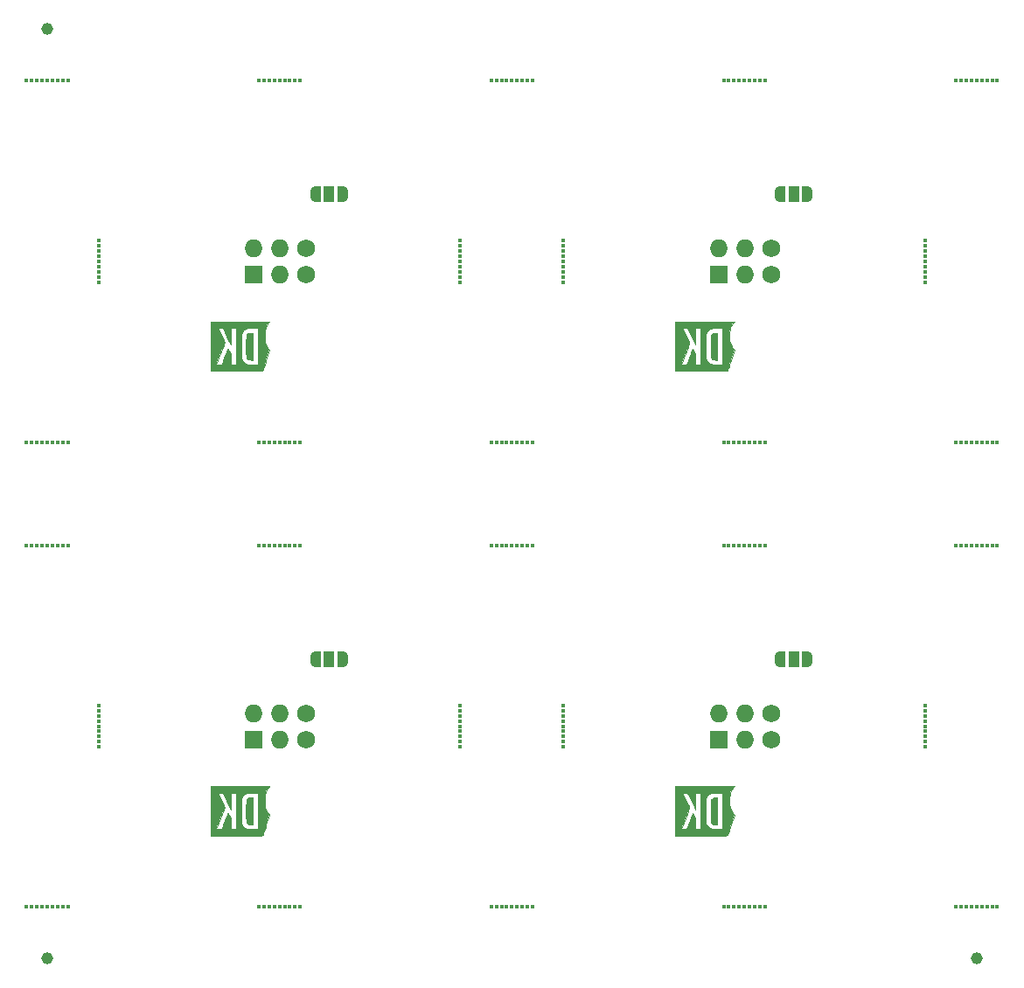
<source format=gbs>
%TF.GenerationSoftware,KiCad,Pcbnew,8.99.0-2433-g53022ab347*%
%TF.CreationDate,2024-09-29T16:39:53+02:00*%
%TF.ProjectId,BlinkyLoopSAO_2x2_panel,426c696e-6b79-44c6-9f6f-7053414f5f32,1.0*%
%TF.SameCoordinates,PX2faf080PY2faf080*%
%TF.FileFunction,Soldermask,Bot*%
%TF.FilePolarity,Negative*%
%FSLAX46Y46*%
G04 Gerber Fmt 4.6, Leading zero omitted, Abs format (unit mm)*
G04 Created by KiCad (PCBNEW 8.99.0-2433-g53022ab347) date 2024-09-29 16:39:53*
%MOMM*%
%LPD*%
G01*
G04 APERTURE LIST*
G04 Aperture macros list*
%AMFreePoly0*
4,1,19,0.550000,-0.750000,0.000000,-0.750000,0.000000,-0.744911,-0.071157,-0.744911,-0.207708,-0.704816,-0.327430,-0.627875,-0.420627,-0.520320,-0.479746,-0.390866,-0.500000,-0.250000,-0.500000,0.250000,-0.479746,0.390866,-0.420627,0.520320,-0.327430,0.627875,-0.207708,0.704816,-0.071157,0.744911,0.000000,0.744911,0.000000,0.750000,0.550000,0.750000,0.550000,-0.750000,0.550000,-0.750000,
$1*%
%AMFreePoly1*
4,1,19,0.000000,0.744911,0.071157,0.744911,0.207708,0.704816,0.327430,0.627875,0.420627,0.520320,0.479746,0.390866,0.500000,0.250000,0.500000,-0.250000,0.479746,-0.390866,0.420627,-0.520320,0.327430,-0.627875,0.207708,-0.704816,0.071157,-0.744911,0.000000,-0.744911,0.000000,-0.750000,-0.550000,-0.750000,-0.550000,0.750000,0.000000,0.750000,0.000000,0.744911,0.000000,0.744911,
$1*%
G04 Aperture macros list end*
%ADD10C,0.010000*%
%ADD11C,0.402000*%
%ADD12C,1.152000*%
%ADD13O,1.727200X1.727200*%
%ADD14R,1.727200X1.727200*%
%ADD15C,1.727200*%
%ADD16FreePoly0,180.000000*%
%ADD17R,1.000000X1.500000*%
%ADD18FreePoly1,180.000000*%
G04 APERTURE END LIST*
D10*
%TO.C,G\u002A\u002A\u002A*%
X22403555Y-34526444D02*
X22241278Y-34524851D01*
X22140173Y-34520221D01*
X21999058Y-34493511D01*
X21897225Y-34440256D01*
X21826393Y-34357110D01*
X21825148Y-34354976D01*
X21810376Y-34327183D01*
X21798423Y-34295906D01*
X21788991Y-34255259D01*
X21781783Y-34199359D01*
X21776500Y-34122321D01*
X21772846Y-34018261D01*
X21770522Y-33881294D01*
X21769231Y-33705537D01*
X21768675Y-33485103D01*
X21768555Y-33214110D01*
X21768607Y-33055467D01*
X21769067Y-32811651D01*
X21770221Y-32615192D01*
X21772332Y-32460257D01*
X21775664Y-32341011D01*
X21780478Y-32251621D01*
X21787038Y-32186254D01*
X21795606Y-32139074D01*
X21806446Y-32104248D01*
X21819819Y-32075943D01*
X21840253Y-32043549D01*
X21929578Y-31963751D01*
X22059370Y-31917012D01*
X22233316Y-31901777D01*
X22403555Y-31901777D01*
X22403555Y-34526444D01*
G36*
X22403555Y-34526444D02*
G01*
X22241278Y-34524851D01*
X22140173Y-34520221D01*
X21999058Y-34493511D01*
X21897225Y-34440256D01*
X21826393Y-34357110D01*
X21825148Y-34354976D01*
X21810376Y-34327183D01*
X21798423Y-34295906D01*
X21788991Y-34255259D01*
X21781783Y-34199359D01*
X21776500Y-34122321D01*
X21772846Y-34018261D01*
X21770522Y-33881294D01*
X21769231Y-33705537D01*
X21768675Y-33485103D01*
X21768555Y-33214110D01*
X21768607Y-33055467D01*
X21769067Y-32811651D01*
X21770221Y-32615192D01*
X21772332Y-32460257D01*
X21775664Y-32341011D01*
X21780478Y-32251621D01*
X21787038Y-32186254D01*
X21795606Y-32139074D01*
X21806446Y-32104248D01*
X21819819Y-32075943D01*
X21840253Y-32043549D01*
X21929578Y-31963751D01*
X22059370Y-31917012D01*
X22233316Y-31901777D01*
X22403555Y-31901777D01*
X22403555Y-34526444D01*
G37*
X23605325Y-31600721D02*
X23564071Y-31884340D01*
X23549984Y-32212221D01*
X23552019Y-32369310D01*
X23571390Y-32635893D01*
X23613670Y-32864877D01*
X23681920Y-33066663D01*
X23779202Y-33251652D01*
X23908579Y-33430244D01*
X24039328Y-33589933D01*
X23718358Y-34545022D01*
X23650622Y-34746344D01*
X23580182Y-34955176D01*
X23516786Y-35142575D01*
X23462614Y-35302123D01*
X23419844Y-35427405D01*
X23390657Y-35512002D01*
X23377230Y-35549499D01*
X23375723Y-35552586D01*
X23367861Y-35560765D01*
X23352067Y-35567922D01*
X23324876Y-35574127D01*
X23282824Y-35579447D01*
X23222444Y-35583949D01*
X23140272Y-35587701D01*
X23032843Y-35590771D01*
X22896691Y-35593226D01*
X22728351Y-35595134D01*
X22524358Y-35596563D01*
X22281247Y-35597581D01*
X21995552Y-35598254D01*
X21663808Y-35598651D01*
X21282551Y-35598840D01*
X20848314Y-35598888D01*
X18339555Y-35598888D01*
X18339555Y-34979972D01*
X18881689Y-34979972D01*
X19418799Y-34963888D01*
X19542600Y-34625221D01*
X19629800Y-34386708D01*
X19719084Y-34142899D01*
X19792252Y-33944171D01*
X19851101Y-33786183D01*
X19897431Y-33664598D01*
X19933042Y-33575074D01*
X19959733Y-33513274D01*
X19979304Y-33474858D01*
X19993553Y-33455487D01*
X20004281Y-33450821D01*
X20013286Y-33456521D01*
X20022368Y-33468248D01*
X20029974Y-33479524D01*
X20066163Y-33540485D01*
X20116600Y-33631440D01*
X20172826Y-33737264D01*
X20286889Y-33956507D01*
X20286889Y-34977999D01*
X20766666Y-34977999D01*
X20766666Y-32000555D01*
X21288778Y-32000555D01*
X21288778Y-34399444D01*
X21355656Y-34534074D01*
X21405429Y-34617711D01*
X21524367Y-34754874D01*
X21668283Y-34865816D01*
X21820133Y-34935797D01*
X21832738Y-34939344D01*
X21924965Y-34957007D01*
X22051521Y-34969003D01*
X22219725Y-34975834D01*
X22436900Y-34977999D01*
X22911555Y-34977999D01*
X22911555Y-31450221D01*
X22408583Y-31450221D01*
X22236268Y-31451296D01*
X22053300Y-31456895D01*
X21910383Y-31468914D01*
X21798275Y-31489162D01*
X21707732Y-31519447D01*
X21629508Y-31561577D01*
X21554359Y-31617363D01*
X21510526Y-31659747D01*
X21436481Y-31750584D01*
X21372495Y-31849409D01*
X21288778Y-32000555D01*
X20766666Y-32000555D01*
X20766666Y-31450221D01*
X20286889Y-31450221D01*
X20286889Y-32256220D01*
X20286848Y-32303317D01*
X20285705Y-32505211D01*
X20283148Y-32685151D01*
X20279385Y-32836241D01*
X20274624Y-32951581D01*
X20269074Y-33024274D01*
X20262945Y-33047421D01*
X20258163Y-33041071D01*
X20231782Y-32992380D01*
X20186491Y-32901374D01*
X20125333Y-32774415D01*
X20051353Y-32617862D01*
X19967598Y-32438077D01*
X19877111Y-32241422D01*
X19515220Y-31450221D01*
X19019718Y-31450221D01*
X19346058Y-32120499D01*
X19428252Y-32289892D01*
X19508713Y-32456924D01*
X19577950Y-32601928D01*
X19632563Y-32717737D01*
X19669150Y-32797186D01*
X19684310Y-32833110D01*
X19684118Y-32838852D01*
X19670648Y-32889313D01*
X19639324Y-32984567D01*
X19592263Y-33118756D01*
X19531579Y-33286022D01*
X19459390Y-33480508D01*
X19377810Y-33696356D01*
X19288955Y-33927708D01*
X18881689Y-34979972D01*
X18339555Y-34979972D01*
X18339555Y-30829333D01*
X24016620Y-30829333D01*
X23913815Y-30949277D01*
X23909800Y-30953982D01*
X23776419Y-31141687D01*
X23675518Y-31355218D01*
X23648355Y-31450221D01*
X23605325Y-31600721D01*
G36*
X23605325Y-31600721D02*
G01*
X23564071Y-31884340D01*
X23549984Y-32212221D01*
X23552019Y-32369310D01*
X23571390Y-32635893D01*
X23613670Y-32864877D01*
X23681920Y-33066663D01*
X23779202Y-33251652D01*
X23908579Y-33430244D01*
X24039328Y-33589933D01*
X23718358Y-34545022D01*
X23650622Y-34746344D01*
X23580182Y-34955176D01*
X23516786Y-35142575D01*
X23462614Y-35302123D01*
X23419844Y-35427405D01*
X23390657Y-35512002D01*
X23377230Y-35549499D01*
X23375723Y-35552586D01*
X23367861Y-35560765D01*
X23352067Y-35567922D01*
X23324876Y-35574127D01*
X23282824Y-35579447D01*
X23222444Y-35583949D01*
X23140272Y-35587701D01*
X23032843Y-35590771D01*
X22896691Y-35593226D01*
X22728351Y-35595134D01*
X22524358Y-35596563D01*
X22281247Y-35597581D01*
X21995552Y-35598254D01*
X21663808Y-35598651D01*
X21282551Y-35598840D01*
X20848314Y-35598888D01*
X18339555Y-35598888D01*
X18339555Y-34979972D01*
X18881689Y-34979972D01*
X19418799Y-34963888D01*
X19542600Y-34625221D01*
X19629800Y-34386708D01*
X19719084Y-34142899D01*
X19792252Y-33944171D01*
X19851101Y-33786183D01*
X19897431Y-33664598D01*
X19933042Y-33575074D01*
X19959733Y-33513274D01*
X19979304Y-33474858D01*
X19993553Y-33455487D01*
X20004281Y-33450821D01*
X20013286Y-33456521D01*
X20022368Y-33468248D01*
X20029974Y-33479524D01*
X20066163Y-33540485D01*
X20116600Y-33631440D01*
X20172826Y-33737264D01*
X20286889Y-33956507D01*
X20286889Y-34977999D01*
X20766666Y-34977999D01*
X20766666Y-32000555D01*
X21288778Y-32000555D01*
X21288778Y-34399444D01*
X21355656Y-34534074D01*
X21405429Y-34617711D01*
X21524367Y-34754874D01*
X21668283Y-34865816D01*
X21820133Y-34935797D01*
X21832738Y-34939344D01*
X21924965Y-34957007D01*
X22051521Y-34969003D01*
X22219725Y-34975834D01*
X22436900Y-34977999D01*
X22911555Y-34977999D01*
X22911555Y-31450221D01*
X22408583Y-31450221D01*
X22236268Y-31451296D01*
X22053300Y-31456895D01*
X21910383Y-31468914D01*
X21798275Y-31489162D01*
X21707732Y-31519447D01*
X21629508Y-31561577D01*
X21554359Y-31617363D01*
X21510526Y-31659747D01*
X21436481Y-31750584D01*
X21372495Y-31849409D01*
X21288778Y-32000555D01*
X20766666Y-32000555D01*
X20766666Y-31450221D01*
X20286889Y-31450221D01*
X20286889Y-32256220D01*
X20286848Y-32303317D01*
X20285705Y-32505211D01*
X20283148Y-32685151D01*
X20279385Y-32836241D01*
X20274624Y-32951581D01*
X20269074Y-33024274D01*
X20262945Y-33047421D01*
X20258163Y-33041071D01*
X20231782Y-32992380D01*
X20186491Y-32901374D01*
X20125333Y-32774415D01*
X20051353Y-32617862D01*
X19967598Y-32438077D01*
X19877111Y-32241422D01*
X19515220Y-31450221D01*
X19019718Y-31450221D01*
X19346058Y-32120499D01*
X19428252Y-32289892D01*
X19508713Y-32456924D01*
X19577950Y-32601928D01*
X19632563Y-32717737D01*
X19669150Y-32797186D01*
X19684310Y-32833110D01*
X19684118Y-32838852D01*
X19670648Y-32889313D01*
X19639324Y-32984567D01*
X19592263Y-33118756D01*
X19531579Y-33286022D01*
X19459390Y-33480508D01*
X19377810Y-33696356D01*
X19288955Y-33927708D01*
X18881689Y-34979972D01*
X18339555Y-34979972D01*
X18339555Y-30829333D01*
X24016620Y-30829333D01*
X23913815Y-30949277D01*
X23909800Y-30953982D01*
X23776419Y-31141687D01*
X23675518Y-31355218D01*
X23648355Y-31450221D01*
X23605325Y-31600721D01*
G37*
X67403555Y-34526444D02*
X67241278Y-34524851D01*
X67140173Y-34520221D01*
X66999058Y-34493511D01*
X66897225Y-34440256D01*
X66826393Y-34357110D01*
X66825148Y-34354976D01*
X66810376Y-34327183D01*
X66798423Y-34295906D01*
X66788991Y-34255259D01*
X66781783Y-34199359D01*
X66776500Y-34122321D01*
X66772846Y-34018261D01*
X66770522Y-33881294D01*
X66769231Y-33705537D01*
X66768675Y-33485103D01*
X66768555Y-33214110D01*
X66768607Y-33055467D01*
X66769067Y-32811651D01*
X66770221Y-32615192D01*
X66772332Y-32460257D01*
X66775664Y-32341011D01*
X66780478Y-32251621D01*
X66787038Y-32186254D01*
X66795606Y-32139074D01*
X66806446Y-32104248D01*
X66819819Y-32075943D01*
X66840253Y-32043549D01*
X66929578Y-31963751D01*
X67059370Y-31917012D01*
X67233316Y-31901777D01*
X67403555Y-31901777D01*
X67403555Y-34526444D01*
G36*
X67403555Y-34526444D02*
G01*
X67241278Y-34524851D01*
X67140173Y-34520221D01*
X66999058Y-34493511D01*
X66897225Y-34440256D01*
X66826393Y-34357110D01*
X66825148Y-34354976D01*
X66810376Y-34327183D01*
X66798423Y-34295906D01*
X66788991Y-34255259D01*
X66781783Y-34199359D01*
X66776500Y-34122321D01*
X66772846Y-34018261D01*
X66770522Y-33881294D01*
X66769231Y-33705537D01*
X66768675Y-33485103D01*
X66768555Y-33214110D01*
X66768607Y-33055467D01*
X66769067Y-32811651D01*
X66770221Y-32615192D01*
X66772332Y-32460257D01*
X66775664Y-32341011D01*
X66780478Y-32251621D01*
X66787038Y-32186254D01*
X66795606Y-32139074D01*
X66806446Y-32104248D01*
X66819819Y-32075943D01*
X66840253Y-32043549D01*
X66929578Y-31963751D01*
X67059370Y-31917012D01*
X67233316Y-31901777D01*
X67403555Y-31901777D01*
X67403555Y-34526444D01*
G37*
X68605325Y-31600721D02*
X68564071Y-31884340D01*
X68549984Y-32212221D01*
X68552019Y-32369310D01*
X68571390Y-32635893D01*
X68613670Y-32864877D01*
X68681920Y-33066663D01*
X68779202Y-33251652D01*
X68908579Y-33430244D01*
X69039328Y-33589933D01*
X68718358Y-34545022D01*
X68650622Y-34746344D01*
X68580182Y-34955176D01*
X68516786Y-35142575D01*
X68462614Y-35302123D01*
X68419844Y-35427405D01*
X68390657Y-35512002D01*
X68377230Y-35549499D01*
X68375723Y-35552586D01*
X68367861Y-35560765D01*
X68352067Y-35567922D01*
X68324876Y-35574127D01*
X68282824Y-35579447D01*
X68222444Y-35583949D01*
X68140272Y-35587701D01*
X68032843Y-35590771D01*
X67896691Y-35593226D01*
X67728351Y-35595134D01*
X67524358Y-35596563D01*
X67281247Y-35597581D01*
X66995552Y-35598254D01*
X66663808Y-35598651D01*
X66282551Y-35598840D01*
X65848314Y-35598888D01*
X63339555Y-35598888D01*
X63339555Y-34979972D01*
X63881689Y-34979972D01*
X64418799Y-34963888D01*
X64542600Y-34625221D01*
X64629800Y-34386708D01*
X64719084Y-34142899D01*
X64792252Y-33944171D01*
X64851101Y-33786183D01*
X64897431Y-33664598D01*
X64933042Y-33575074D01*
X64959733Y-33513274D01*
X64979304Y-33474858D01*
X64993553Y-33455487D01*
X65004281Y-33450821D01*
X65013286Y-33456521D01*
X65022368Y-33468248D01*
X65029974Y-33479524D01*
X65066163Y-33540485D01*
X65116600Y-33631440D01*
X65172826Y-33737264D01*
X65286889Y-33956507D01*
X65286889Y-34977999D01*
X65766666Y-34977999D01*
X65766666Y-32000555D01*
X66288778Y-32000555D01*
X66288778Y-34399444D01*
X66355656Y-34534074D01*
X66405429Y-34617711D01*
X66524367Y-34754874D01*
X66668283Y-34865816D01*
X66820133Y-34935797D01*
X66832738Y-34939344D01*
X66924965Y-34957007D01*
X67051521Y-34969003D01*
X67219725Y-34975834D01*
X67436900Y-34977999D01*
X67911555Y-34977999D01*
X67911555Y-31450221D01*
X67408583Y-31450221D01*
X67236268Y-31451296D01*
X67053300Y-31456895D01*
X66910383Y-31468914D01*
X66798275Y-31489162D01*
X66707732Y-31519447D01*
X66629508Y-31561577D01*
X66554359Y-31617363D01*
X66510526Y-31659747D01*
X66436481Y-31750584D01*
X66372495Y-31849409D01*
X66288778Y-32000555D01*
X65766666Y-32000555D01*
X65766666Y-31450221D01*
X65286889Y-31450221D01*
X65286889Y-32256220D01*
X65286848Y-32303317D01*
X65285705Y-32505211D01*
X65283148Y-32685151D01*
X65279385Y-32836241D01*
X65274624Y-32951581D01*
X65269074Y-33024274D01*
X65262945Y-33047421D01*
X65258163Y-33041071D01*
X65231782Y-32992380D01*
X65186491Y-32901374D01*
X65125333Y-32774415D01*
X65051353Y-32617862D01*
X64967598Y-32438077D01*
X64877111Y-32241422D01*
X64515220Y-31450221D01*
X64019718Y-31450221D01*
X64346058Y-32120499D01*
X64428252Y-32289892D01*
X64508713Y-32456924D01*
X64577950Y-32601928D01*
X64632563Y-32717737D01*
X64669150Y-32797186D01*
X64684310Y-32833110D01*
X64684118Y-32838852D01*
X64670648Y-32889313D01*
X64639324Y-32984567D01*
X64592263Y-33118756D01*
X64531579Y-33286022D01*
X64459390Y-33480508D01*
X64377810Y-33696356D01*
X64288955Y-33927708D01*
X63881689Y-34979972D01*
X63339555Y-34979972D01*
X63339555Y-30829333D01*
X69016620Y-30829333D01*
X68913815Y-30949277D01*
X68909800Y-30953982D01*
X68776419Y-31141687D01*
X68675518Y-31355218D01*
X68648355Y-31450221D01*
X68605325Y-31600721D01*
G36*
X68605325Y-31600721D02*
G01*
X68564071Y-31884340D01*
X68549984Y-32212221D01*
X68552019Y-32369310D01*
X68571390Y-32635893D01*
X68613670Y-32864877D01*
X68681920Y-33066663D01*
X68779202Y-33251652D01*
X68908579Y-33430244D01*
X69039328Y-33589933D01*
X68718358Y-34545022D01*
X68650622Y-34746344D01*
X68580182Y-34955176D01*
X68516786Y-35142575D01*
X68462614Y-35302123D01*
X68419844Y-35427405D01*
X68390657Y-35512002D01*
X68377230Y-35549499D01*
X68375723Y-35552586D01*
X68367861Y-35560765D01*
X68352067Y-35567922D01*
X68324876Y-35574127D01*
X68282824Y-35579447D01*
X68222444Y-35583949D01*
X68140272Y-35587701D01*
X68032843Y-35590771D01*
X67896691Y-35593226D01*
X67728351Y-35595134D01*
X67524358Y-35596563D01*
X67281247Y-35597581D01*
X66995552Y-35598254D01*
X66663808Y-35598651D01*
X66282551Y-35598840D01*
X65848314Y-35598888D01*
X63339555Y-35598888D01*
X63339555Y-34979972D01*
X63881689Y-34979972D01*
X64418799Y-34963888D01*
X64542600Y-34625221D01*
X64629800Y-34386708D01*
X64719084Y-34142899D01*
X64792252Y-33944171D01*
X64851101Y-33786183D01*
X64897431Y-33664598D01*
X64933042Y-33575074D01*
X64959733Y-33513274D01*
X64979304Y-33474858D01*
X64993553Y-33455487D01*
X65004281Y-33450821D01*
X65013286Y-33456521D01*
X65022368Y-33468248D01*
X65029974Y-33479524D01*
X65066163Y-33540485D01*
X65116600Y-33631440D01*
X65172826Y-33737264D01*
X65286889Y-33956507D01*
X65286889Y-34977999D01*
X65766666Y-34977999D01*
X65766666Y-32000555D01*
X66288778Y-32000555D01*
X66288778Y-34399444D01*
X66355656Y-34534074D01*
X66405429Y-34617711D01*
X66524367Y-34754874D01*
X66668283Y-34865816D01*
X66820133Y-34935797D01*
X66832738Y-34939344D01*
X66924965Y-34957007D01*
X67051521Y-34969003D01*
X67219725Y-34975834D01*
X67436900Y-34977999D01*
X67911555Y-34977999D01*
X67911555Y-31450221D01*
X67408583Y-31450221D01*
X67236268Y-31451296D01*
X67053300Y-31456895D01*
X66910383Y-31468914D01*
X66798275Y-31489162D01*
X66707732Y-31519447D01*
X66629508Y-31561577D01*
X66554359Y-31617363D01*
X66510526Y-31659747D01*
X66436481Y-31750584D01*
X66372495Y-31849409D01*
X66288778Y-32000555D01*
X65766666Y-32000555D01*
X65766666Y-31450221D01*
X65286889Y-31450221D01*
X65286889Y-32256220D01*
X65286848Y-32303317D01*
X65285705Y-32505211D01*
X65283148Y-32685151D01*
X65279385Y-32836241D01*
X65274624Y-32951581D01*
X65269074Y-33024274D01*
X65262945Y-33047421D01*
X65258163Y-33041071D01*
X65231782Y-32992380D01*
X65186491Y-32901374D01*
X65125333Y-32774415D01*
X65051353Y-32617862D01*
X64967598Y-32438077D01*
X64877111Y-32241422D01*
X64515220Y-31450221D01*
X64019718Y-31450221D01*
X64346058Y-32120499D01*
X64428252Y-32289892D01*
X64508713Y-32456924D01*
X64577950Y-32601928D01*
X64632563Y-32717737D01*
X64669150Y-32797186D01*
X64684310Y-32833110D01*
X64684118Y-32838852D01*
X64670648Y-32889313D01*
X64639324Y-32984567D01*
X64592263Y-33118756D01*
X64531579Y-33286022D01*
X64459390Y-33480508D01*
X64377810Y-33696356D01*
X64288955Y-33927708D01*
X63881689Y-34979972D01*
X63339555Y-34979972D01*
X63339555Y-30829333D01*
X69016620Y-30829333D01*
X68913815Y-30949277D01*
X68909800Y-30953982D01*
X68776419Y-31141687D01*
X68675518Y-31355218D01*
X68648355Y-31450221D01*
X68605325Y-31600721D01*
G37*
X22403555Y-79526444D02*
X22241278Y-79524851D01*
X22140173Y-79520221D01*
X21999058Y-79493511D01*
X21897225Y-79440256D01*
X21826393Y-79357110D01*
X21825148Y-79354976D01*
X21810376Y-79327183D01*
X21798423Y-79295906D01*
X21788991Y-79255259D01*
X21781783Y-79199359D01*
X21776500Y-79122321D01*
X21772846Y-79018261D01*
X21770522Y-78881294D01*
X21769231Y-78705537D01*
X21768675Y-78485103D01*
X21768555Y-78214110D01*
X21768607Y-78055467D01*
X21769067Y-77811651D01*
X21770221Y-77615192D01*
X21772332Y-77460257D01*
X21775664Y-77341011D01*
X21780478Y-77251621D01*
X21787038Y-77186254D01*
X21795606Y-77139074D01*
X21806446Y-77104248D01*
X21819819Y-77075943D01*
X21840253Y-77043549D01*
X21929578Y-76963751D01*
X22059370Y-76917012D01*
X22233316Y-76901777D01*
X22403555Y-76901777D01*
X22403555Y-79526444D01*
G36*
X22403555Y-79526444D02*
G01*
X22241278Y-79524851D01*
X22140173Y-79520221D01*
X21999058Y-79493511D01*
X21897225Y-79440256D01*
X21826393Y-79357110D01*
X21825148Y-79354976D01*
X21810376Y-79327183D01*
X21798423Y-79295906D01*
X21788991Y-79255259D01*
X21781783Y-79199359D01*
X21776500Y-79122321D01*
X21772846Y-79018261D01*
X21770522Y-78881294D01*
X21769231Y-78705537D01*
X21768675Y-78485103D01*
X21768555Y-78214110D01*
X21768607Y-78055467D01*
X21769067Y-77811651D01*
X21770221Y-77615192D01*
X21772332Y-77460257D01*
X21775664Y-77341011D01*
X21780478Y-77251621D01*
X21787038Y-77186254D01*
X21795606Y-77139074D01*
X21806446Y-77104248D01*
X21819819Y-77075943D01*
X21840253Y-77043549D01*
X21929578Y-76963751D01*
X22059370Y-76917012D01*
X22233316Y-76901777D01*
X22403555Y-76901777D01*
X22403555Y-79526444D01*
G37*
X23605325Y-76600721D02*
X23564071Y-76884340D01*
X23549984Y-77212221D01*
X23552019Y-77369310D01*
X23571390Y-77635893D01*
X23613670Y-77864877D01*
X23681920Y-78066663D01*
X23779202Y-78251652D01*
X23908579Y-78430244D01*
X24039328Y-78589933D01*
X23718358Y-79545022D01*
X23650622Y-79746344D01*
X23580182Y-79955176D01*
X23516786Y-80142575D01*
X23462614Y-80302123D01*
X23419844Y-80427405D01*
X23390657Y-80512002D01*
X23377230Y-80549499D01*
X23375723Y-80552586D01*
X23367861Y-80560765D01*
X23352067Y-80567922D01*
X23324876Y-80574127D01*
X23282824Y-80579447D01*
X23222444Y-80583949D01*
X23140272Y-80587701D01*
X23032843Y-80590771D01*
X22896691Y-80593226D01*
X22728351Y-80595134D01*
X22524358Y-80596563D01*
X22281247Y-80597581D01*
X21995552Y-80598254D01*
X21663808Y-80598651D01*
X21282551Y-80598840D01*
X20848314Y-80598888D01*
X18339555Y-80598888D01*
X18339555Y-79979972D01*
X18881689Y-79979972D01*
X19418799Y-79963888D01*
X19542600Y-79625221D01*
X19629800Y-79386708D01*
X19719084Y-79142899D01*
X19792252Y-78944171D01*
X19851101Y-78786183D01*
X19897431Y-78664598D01*
X19933042Y-78575074D01*
X19959733Y-78513274D01*
X19979304Y-78474858D01*
X19993553Y-78455487D01*
X20004281Y-78450821D01*
X20013286Y-78456521D01*
X20022368Y-78468248D01*
X20029974Y-78479524D01*
X20066163Y-78540485D01*
X20116600Y-78631440D01*
X20172826Y-78737264D01*
X20286889Y-78956507D01*
X20286889Y-79977999D01*
X20766666Y-79977999D01*
X20766666Y-77000555D01*
X21288778Y-77000555D01*
X21288778Y-79399444D01*
X21355656Y-79534074D01*
X21405429Y-79617711D01*
X21524367Y-79754874D01*
X21668283Y-79865816D01*
X21820133Y-79935797D01*
X21832738Y-79939344D01*
X21924965Y-79957007D01*
X22051521Y-79969003D01*
X22219725Y-79975834D01*
X22436900Y-79977999D01*
X22911555Y-79977999D01*
X22911555Y-76450221D01*
X22408583Y-76450221D01*
X22236268Y-76451296D01*
X22053300Y-76456895D01*
X21910383Y-76468914D01*
X21798275Y-76489162D01*
X21707732Y-76519447D01*
X21629508Y-76561577D01*
X21554359Y-76617363D01*
X21510526Y-76659747D01*
X21436481Y-76750584D01*
X21372495Y-76849409D01*
X21288778Y-77000555D01*
X20766666Y-77000555D01*
X20766666Y-76450221D01*
X20286889Y-76450221D01*
X20286889Y-77256220D01*
X20286848Y-77303317D01*
X20285705Y-77505211D01*
X20283148Y-77685151D01*
X20279385Y-77836241D01*
X20274624Y-77951581D01*
X20269074Y-78024274D01*
X20262945Y-78047421D01*
X20258163Y-78041071D01*
X20231782Y-77992380D01*
X20186491Y-77901374D01*
X20125333Y-77774415D01*
X20051353Y-77617862D01*
X19967598Y-77438077D01*
X19877111Y-77241422D01*
X19515220Y-76450221D01*
X19019718Y-76450221D01*
X19346058Y-77120499D01*
X19428252Y-77289892D01*
X19508713Y-77456924D01*
X19577950Y-77601928D01*
X19632563Y-77717737D01*
X19669150Y-77797186D01*
X19684310Y-77833110D01*
X19684118Y-77838852D01*
X19670648Y-77889313D01*
X19639324Y-77984567D01*
X19592263Y-78118756D01*
X19531579Y-78286022D01*
X19459390Y-78480508D01*
X19377810Y-78696356D01*
X19288955Y-78927708D01*
X18881689Y-79979972D01*
X18339555Y-79979972D01*
X18339555Y-75829333D01*
X24016620Y-75829333D01*
X23913815Y-75949277D01*
X23909800Y-75953982D01*
X23776419Y-76141687D01*
X23675518Y-76355218D01*
X23648355Y-76450221D01*
X23605325Y-76600721D01*
G36*
X23605325Y-76600721D02*
G01*
X23564071Y-76884340D01*
X23549984Y-77212221D01*
X23552019Y-77369310D01*
X23571390Y-77635893D01*
X23613670Y-77864877D01*
X23681920Y-78066663D01*
X23779202Y-78251652D01*
X23908579Y-78430244D01*
X24039328Y-78589933D01*
X23718358Y-79545022D01*
X23650622Y-79746344D01*
X23580182Y-79955176D01*
X23516786Y-80142575D01*
X23462614Y-80302123D01*
X23419844Y-80427405D01*
X23390657Y-80512002D01*
X23377230Y-80549499D01*
X23375723Y-80552586D01*
X23367861Y-80560765D01*
X23352067Y-80567922D01*
X23324876Y-80574127D01*
X23282824Y-80579447D01*
X23222444Y-80583949D01*
X23140272Y-80587701D01*
X23032843Y-80590771D01*
X22896691Y-80593226D01*
X22728351Y-80595134D01*
X22524358Y-80596563D01*
X22281247Y-80597581D01*
X21995552Y-80598254D01*
X21663808Y-80598651D01*
X21282551Y-80598840D01*
X20848314Y-80598888D01*
X18339555Y-80598888D01*
X18339555Y-79979972D01*
X18881689Y-79979972D01*
X19418799Y-79963888D01*
X19542600Y-79625221D01*
X19629800Y-79386708D01*
X19719084Y-79142899D01*
X19792252Y-78944171D01*
X19851101Y-78786183D01*
X19897431Y-78664598D01*
X19933042Y-78575074D01*
X19959733Y-78513274D01*
X19979304Y-78474858D01*
X19993553Y-78455487D01*
X20004281Y-78450821D01*
X20013286Y-78456521D01*
X20022368Y-78468248D01*
X20029974Y-78479524D01*
X20066163Y-78540485D01*
X20116600Y-78631440D01*
X20172826Y-78737264D01*
X20286889Y-78956507D01*
X20286889Y-79977999D01*
X20766666Y-79977999D01*
X20766666Y-77000555D01*
X21288778Y-77000555D01*
X21288778Y-79399444D01*
X21355656Y-79534074D01*
X21405429Y-79617711D01*
X21524367Y-79754874D01*
X21668283Y-79865816D01*
X21820133Y-79935797D01*
X21832738Y-79939344D01*
X21924965Y-79957007D01*
X22051521Y-79969003D01*
X22219725Y-79975834D01*
X22436900Y-79977999D01*
X22911555Y-79977999D01*
X22911555Y-76450221D01*
X22408583Y-76450221D01*
X22236268Y-76451296D01*
X22053300Y-76456895D01*
X21910383Y-76468914D01*
X21798275Y-76489162D01*
X21707732Y-76519447D01*
X21629508Y-76561577D01*
X21554359Y-76617363D01*
X21510526Y-76659747D01*
X21436481Y-76750584D01*
X21372495Y-76849409D01*
X21288778Y-77000555D01*
X20766666Y-77000555D01*
X20766666Y-76450221D01*
X20286889Y-76450221D01*
X20286889Y-77256220D01*
X20286848Y-77303317D01*
X20285705Y-77505211D01*
X20283148Y-77685151D01*
X20279385Y-77836241D01*
X20274624Y-77951581D01*
X20269074Y-78024274D01*
X20262945Y-78047421D01*
X20258163Y-78041071D01*
X20231782Y-77992380D01*
X20186491Y-77901374D01*
X20125333Y-77774415D01*
X20051353Y-77617862D01*
X19967598Y-77438077D01*
X19877111Y-77241422D01*
X19515220Y-76450221D01*
X19019718Y-76450221D01*
X19346058Y-77120499D01*
X19428252Y-77289892D01*
X19508713Y-77456924D01*
X19577950Y-77601928D01*
X19632563Y-77717737D01*
X19669150Y-77797186D01*
X19684310Y-77833110D01*
X19684118Y-77838852D01*
X19670648Y-77889313D01*
X19639324Y-77984567D01*
X19592263Y-78118756D01*
X19531579Y-78286022D01*
X19459390Y-78480508D01*
X19377810Y-78696356D01*
X19288955Y-78927708D01*
X18881689Y-79979972D01*
X18339555Y-79979972D01*
X18339555Y-75829333D01*
X24016620Y-75829333D01*
X23913815Y-75949277D01*
X23909800Y-75953982D01*
X23776419Y-76141687D01*
X23675518Y-76355218D01*
X23648355Y-76450221D01*
X23605325Y-76600721D01*
G37*
X67403555Y-79526444D02*
X67241278Y-79524851D01*
X67140173Y-79520221D01*
X66999058Y-79493511D01*
X66897225Y-79440256D01*
X66826393Y-79357110D01*
X66825148Y-79354976D01*
X66810376Y-79327183D01*
X66798423Y-79295906D01*
X66788991Y-79255259D01*
X66781783Y-79199359D01*
X66776500Y-79122321D01*
X66772846Y-79018261D01*
X66770522Y-78881294D01*
X66769231Y-78705537D01*
X66768675Y-78485103D01*
X66768555Y-78214110D01*
X66768607Y-78055467D01*
X66769067Y-77811651D01*
X66770221Y-77615192D01*
X66772332Y-77460257D01*
X66775664Y-77341011D01*
X66780478Y-77251621D01*
X66787038Y-77186254D01*
X66795606Y-77139074D01*
X66806446Y-77104248D01*
X66819819Y-77075943D01*
X66840253Y-77043549D01*
X66929578Y-76963751D01*
X67059370Y-76917012D01*
X67233316Y-76901777D01*
X67403555Y-76901777D01*
X67403555Y-79526444D01*
G36*
X67403555Y-79526444D02*
G01*
X67241278Y-79524851D01*
X67140173Y-79520221D01*
X66999058Y-79493511D01*
X66897225Y-79440256D01*
X66826393Y-79357110D01*
X66825148Y-79354976D01*
X66810376Y-79327183D01*
X66798423Y-79295906D01*
X66788991Y-79255259D01*
X66781783Y-79199359D01*
X66776500Y-79122321D01*
X66772846Y-79018261D01*
X66770522Y-78881294D01*
X66769231Y-78705537D01*
X66768675Y-78485103D01*
X66768555Y-78214110D01*
X66768607Y-78055467D01*
X66769067Y-77811651D01*
X66770221Y-77615192D01*
X66772332Y-77460257D01*
X66775664Y-77341011D01*
X66780478Y-77251621D01*
X66787038Y-77186254D01*
X66795606Y-77139074D01*
X66806446Y-77104248D01*
X66819819Y-77075943D01*
X66840253Y-77043549D01*
X66929578Y-76963751D01*
X67059370Y-76917012D01*
X67233316Y-76901777D01*
X67403555Y-76901777D01*
X67403555Y-79526444D01*
G37*
X68605325Y-76600721D02*
X68564071Y-76884340D01*
X68549984Y-77212221D01*
X68552019Y-77369310D01*
X68571390Y-77635893D01*
X68613670Y-77864877D01*
X68681920Y-78066663D01*
X68779202Y-78251652D01*
X68908579Y-78430244D01*
X69039328Y-78589933D01*
X68718358Y-79545022D01*
X68650622Y-79746344D01*
X68580182Y-79955176D01*
X68516786Y-80142575D01*
X68462614Y-80302123D01*
X68419844Y-80427405D01*
X68390657Y-80512002D01*
X68377230Y-80549499D01*
X68375723Y-80552586D01*
X68367861Y-80560765D01*
X68352067Y-80567922D01*
X68324876Y-80574127D01*
X68282824Y-80579447D01*
X68222444Y-80583949D01*
X68140272Y-80587701D01*
X68032843Y-80590771D01*
X67896691Y-80593226D01*
X67728351Y-80595134D01*
X67524358Y-80596563D01*
X67281247Y-80597581D01*
X66995552Y-80598254D01*
X66663808Y-80598651D01*
X66282551Y-80598840D01*
X65848314Y-80598888D01*
X63339555Y-80598888D01*
X63339555Y-79979972D01*
X63881689Y-79979972D01*
X64418799Y-79963888D01*
X64542600Y-79625221D01*
X64629800Y-79386708D01*
X64719084Y-79142899D01*
X64792252Y-78944171D01*
X64851101Y-78786183D01*
X64897431Y-78664598D01*
X64933042Y-78575074D01*
X64959733Y-78513274D01*
X64979304Y-78474858D01*
X64993553Y-78455487D01*
X65004281Y-78450821D01*
X65013286Y-78456521D01*
X65022368Y-78468248D01*
X65029974Y-78479524D01*
X65066163Y-78540485D01*
X65116600Y-78631440D01*
X65172826Y-78737264D01*
X65286889Y-78956507D01*
X65286889Y-79977999D01*
X65766666Y-79977999D01*
X65766666Y-77000555D01*
X66288778Y-77000555D01*
X66288778Y-79399444D01*
X66355656Y-79534074D01*
X66405429Y-79617711D01*
X66524367Y-79754874D01*
X66668283Y-79865816D01*
X66820133Y-79935797D01*
X66832738Y-79939344D01*
X66924965Y-79957007D01*
X67051521Y-79969003D01*
X67219725Y-79975834D01*
X67436900Y-79977999D01*
X67911555Y-79977999D01*
X67911555Y-76450221D01*
X67408583Y-76450221D01*
X67236268Y-76451296D01*
X67053300Y-76456895D01*
X66910383Y-76468914D01*
X66798275Y-76489162D01*
X66707732Y-76519447D01*
X66629508Y-76561577D01*
X66554359Y-76617363D01*
X66510526Y-76659747D01*
X66436481Y-76750584D01*
X66372495Y-76849409D01*
X66288778Y-77000555D01*
X65766666Y-77000555D01*
X65766666Y-76450221D01*
X65286889Y-76450221D01*
X65286889Y-77256220D01*
X65286848Y-77303317D01*
X65285705Y-77505211D01*
X65283148Y-77685151D01*
X65279385Y-77836241D01*
X65274624Y-77951581D01*
X65269074Y-78024274D01*
X65262945Y-78047421D01*
X65258163Y-78041071D01*
X65231782Y-77992380D01*
X65186491Y-77901374D01*
X65125333Y-77774415D01*
X65051353Y-77617862D01*
X64967598Y-77438077D01*
X64877111Y-77241422D01*
X64515220Y-76450221D01*
X64019718Y-76450221D01*
X64346058Y-77120499D01*
X64428252Y-77289892D01*
X64508713Y-77456924D01*
X64577950Y-77601928D01*
X64632563Y-77717737D01*
X64669150Y-77797186D01*
X64684310Y-77833110D01*
X64684118Y-77838852D01*
X64670648Y-77889313D01*
X64639324Y-77984567D01*
X64592263Y-78118756D01*
X64531579Y-78286022D01*
X64459390Y-78480508D01*
X64377810Y-78696356D01*
X64288955Y-78927708D01*
X63881689Y-79979972D01*
X63339555Y-79979972D01*
X63339555Y-75829333D01*
X69016620Y-75829333D01*
X68913815Y-75949277D01*
X68909800Y-75953982D01*
X68776419Y-76141687D01*
X68675518Y-76355218D01*
X68648355Y-76450221D01*
X68605325Y-76600721D01*
G36*
X68605325Y-76600721D02*
G01*
X68564071Y-76884340D01*
X68549984Y-77212221D01*
X68552019Y-77369310D01*
X68571390Y-77635893D01*
X68613670Y-77864877D01*
X68681920Y-78066663D01*
X68779202Y-78251652D01*
X68908579Y-78430244D01*
X69039328Y-78589933D01*
X68718358Y-79545022D01*
X68650622Y-79746344D01*
X68580182Y-79955176D01*
X68516786Y-80142575D01*
X68462614Y-80302123D01*
X68419844Y-80427405D01*
X68390657Y-80512002D01*
X68377230Y-80549499D01*
X68375723Y-80552586D01*
X68367861Y-80560765D01*
X68352067Y-80567922D01*
X68324876Y-80574127D01*
X68282824Y-80579447D01*
X68222444Y-80583949D01*
X68140272Y-80587701D01*
X68032843Y-80590771D01*
X67896691Y-80593226D01*
X67728351Y-80595134D01*
X67524358Y-80596563D01*
X67281247Y-80597581D01*
X66995552Y-80598254D01*
X66663808Y-80598651D01*
X66282551Y-80598840D01*
X65848314Y-80598888D01*
X63339555Y-80598888D01*
X63339555Y-79979972D01*
X63881689Y-79979972D01*
X64418799Y-79963888D01*
X64542600Y-79625221D01*
X64629800Y-79386708D01*
X64719084Y-79142899D01*
X64792252Y-78944171D01*
X64851101Y-78786183D01*
X64897431Y-78664598D01*
X64933042Y-78575074D01*
X64959733Y-78513274D01*
X64979304Y-78474858D01*
X64993553Y-78455487D01*
X65004281Y-78450821D01*
X65013286Y-78456521D01*
X65022368Y-78468248D01*
X65029974Y-78479524D01*
X65066163Y-78540485D01*
X65116600Y-78631440D01*
X65172826Y-78737264D01*
X65286889Y-78956507D01*
X65286889Y-79977999D01*
X65766666Y-79977999D01*
X65766666Y-77000555D01*
X66288778Y-77000555D01*
X66288778Y-79399444D01*
X66355656Y-79534074D01*
X66405429Y-79617711D01*
X66524367Y-79754874D01*
X66668283Y-79865816D01*
X66820133Y-79935797D01*
X66832738Y-79939344D01*
X66924965Y-79957007D01*
X67051521Y-79969003D01*
X67219725Y-79975834D01*
X67436900Y-79977999D01*
X67911555Y-79977999D01*
X67911555Y-76450221D01*
X67408583Y-76450221D01*
X67236268Y-76451296D01*
X67053300Y-76456895D01*
X66910383Y-76468914D01*
X66798275Y-76489162D01*
X66707732Y-76519447D01*
X66629508Y-76561577D01*
X66554359Y-76617363D01*
X66510526Y-76659747D01*
X66436481Y-76750584D01*
X66372495Y-76849409D01*
X66288778Y-77000555D01*
X65766666Y-77000555D01*
X65766666Y-76450221D01*
X65286889Y-76450221D01*
X65286889Y-77256220D01*
X65286848Y-77303317D01*
X65285705Y-77505211D01*
X65283148Y-77685151D01*
X65279385Y-77836241D01*
X65274624Y-77951581D01*
X65269074Y-78024274D01*
X65262945Y-78047421D01*
X65258163Y-78041071D01*
X65231782Y-77992380D01*
X65186491Y-77901374D01*
X65125333Y-77774415D01*
X65051353Y-77617862D01*
X64967598Y-77438077D01*
X64877111Y-77241422D01*
X64515220Y-76450221D01*
X64019718Y-76450221D01*
X64346058Y-77120499D01*
X64428252Y-77289892D01*
X64508713Y-77456924D01*
X64577950Y-77601928D01*
X64632563Y-77717737D01*
X64669150Y-77797186D01*
X64684310Y-77833110D01*
X64684118Y-77838852D01*
X64670648Y-77889313D01*
X64639324Y-77984567D01*
X64592263Y-78118756D01*
X64531579Y-78286022D01*
X64459390Y-78480508D01*
X64377810Y-78696356D01*
X64288955Y-78927708D01*
X63881689Y-79979972D01*
X63339555Y-79979972D01*
X63339555Y-75829333D01*
X69016620Y-75829333D01*
X68913815Y-75949277D01*
X68909800Y-75953982D01*
X68776419Y-76141687D01*
X68675518Y-76355218D01*
X68648355Y-76450221D01*
X68605325Y-76600721D01*
G37*
%TD*%
D11*
%TO.C,REF\u002A\u002A*%
X23500000Y-52500000D03*
%TD*%
%TO.C,REF\u002A\u002A*%
X47000000Y-87500000D03*
%TD*%
%TO.C,REF\u002A\u002A*%
X48000000Y-42500000D03*
%TD*%
%TO.C,REF\u002A\u002A*%
X3500000Y-87500000D03*
%TD*%
%TO.C,REF\u002A\u002A*%
X70000000Y-52500000D03*
%TD*%
%TO.C,REF\u002A\u002A*%
X2500000Y-42500000D03*
%TD*%
%TO.C,REF\u002A\u002A*%
X42500000Y-23000000D03*
%TD*%
%TO.C,REF\u002A\u002A*%
X4000000Y-7500000D03*
%TD*%
%TO.C,REF\u002A\u002A*%
X7500000Y-71500000D03*
%TD*%
%TO.C,REF\u002A\u002A*%
X52500000Y-26500000D03*
%TD*%
%TO.C,REF\u002A\u002A*%
X69000000Y-7500000D03*
%TD*%
%TO.C,REF\u002A\u002A*%
X52500000Y-69000000D03*
%TD*%
%TO.C,REF\u002A\u002A*%
X42500000Y-23500000D03*
%TD*%
%TO.C,REF\u002A\u002A*%
X26000000Y-52500000D03*
%TD*%
%TO.C,REF\u002A\u002A*%
X92500000Y-52500000D03*
%TD*%
%TO.C,REF\u002A\u002A*%
X1000000Y-87500000D03*
%TD*%
%TO.C,REF\u002A\u002A*%
X26500000Y-42500000D03*
%TD*%
%TO.C,REF\u002A\u002A*%
X46000000Y-52500000D03*
%TD*%
%TO.C,REF\u002A\u002A*%
X7499998Y-25500000D03*
%TD*%
%TO.C,REF\u002A\u002A*%
X52500000Y-70000000D03*
%TD*%
%TO.C,REF\u002A\u002A*%
X93500000Y-42500000D03*
%TD*%
%TO.C,REF\u002A\u002A*%
X46500000Y-7500000D03*
%TD*%
%TO.C,REF\u002A\u002A*%
X47500000Y-7500000D03*
%TD*%
%TO.C,REF\u002A\u002A*%
X1500000Y-7500000D03*
%TD*%
%TO.C,REF\u002A\u002A*%
X48000000Y-52500000D03*
%TD*%
%TO.C,REF\u002A\u002A*%
X46500000Y-42500000D03*
%TD*%
%TO.C,REF\u002A\u002A*%
X47500000Y-42500000D03*
%TD*%
%TO.C,REF\u002A\u002A*%
X70000000Y-42500000D03*
%TD*%
%TO.C,REF\u002A\u002A*%
X47500000Y-52500000D03*
%TD*%
%TO.C,REF\u002A\u002A*%
X52500000Y-71000000D03*
%TD*%
%TO.C,REF\u002A\u002A*%
X3000000Y-52500000D03*
%TD*%
%TO.C,REF\u002A\u002A*%
X87500000Y-70000000D03*
%TD*%
%TO.C,REF\u002A\u002A*%
X49500000Y-52500000D03*
%TD*%
%TO.C,REF\u002A\u002A*%
X91500000Y-52500000D03*
%TD*%
%TO.C,REF\u002A\u002A*%
X87500000Y-27000000D03*
%TD*%
%TO.C,REF\u002A\u002A*%
X2500000Y-87500000D03*
%TD*%
%TO.C,REF\u002A\u002A*%
X87500002Y-25500000D03*
%TD*%
%TO.C,REF\u002A\u002A*%
X68500000Y-52500000D03*
%TD*%
%TO.C,REF\u002A\u002A*%
X94000000Y-52500000D03*
%TD*%
%TO.C,REF\u002A\u002A*%
X27000000Y-52500000D03*
%TD*%
%TO.C,REF\u002A\u002A*%
X90500000Y-52500000D03*
%TD*%
%TO.C,REF\u002A\u002A*%
X52499998Y-25500000D03*
%TD*%
%TO.C,REF\u002A\u002A*%
X25500000Y-42500002D03*
%TD*%
%TO.C,REF\u002A\u002A*%
X26500000Y-52500000D03*
%TD*%
%TO.C,REF\u002A\u002A*%
X68000000Y-87500000D03*
%TD*%
%TO.C,REF\u002A\u002A*%
X90500000Y-42500000D03*
%TD*%
%TO.C,REF\u002A\u002A*%
X92500000Y-7500000D03*
%TD*%
%TO.C,REF\u002A\u002A*%
X25000000Y-87500000D03*
%TD*%
%TO.C,REF\u002A\u002A*%
X47000000Y-42500000D03*
%TD*%
%TO.C,REF\u002A\u002A*%
X42500000Y-71000000D03*
%TD*%
%TO.C,REF\u002A\u002A*%
X72000000Y-42500000D03*
%TD*%
%TO.C,REF\u002A\u002A*%
X25000000Y-52500000D03*
%TD*%
D12*
%TO.C,REF\u002A\u002A*%
X2500000Y-92500000D03*
%TD*%
D11*
%TO.C,REF\u002A\u002A*%
X42500000Y-72000000D03*
%TD*%
%TO.C,REF\u002A\u002A*%
X2000000Y-52500000D03*
%TD*%
%TO.C,REF\u002A\u002A*%
X49000000Y-7500000D03*
%TD*%
%TO.C,REF\u002A\u002A*%
X4500000Y-7500000D03*
%TD*%
%TO.C,REF\u002A\u002A*%
X42499998Y-24500000D03*
%TD*%
%TO.C,REF\u002A\u002A*%
X4000000Y-87500000D03*
%TD*%
%TO.C,REF\u002A\u002A*%
X4500000Y-52500000D03*
%TD*%
%TO.C,REF\u002A\u002A*%
X92000000Y-87500000D03*
%TD*%
%TO.C,REF\u002A\u002A*%
X69500000Y-42499998D03*
%TD*%
%TO.C,REF\u002A\u002A*%
X45500000Y-87500000D03*
%TD*%
%TO.C,REF\u002A\u002A*%
X7499998Y-70500000D03*
%TD*%
%TO.C,REF\u002A\u002A*%
X87500000Y-68500000D03*
%TD*%
%TO.C,REF\u002A\u002A*%
X87500000Y-23500000D03*
%TD*%
%TO.C,REF\u002A\u002A*%
X45500000Y-7500000D03*
%TD*%
%TO.C,REF\u002A\u002A*%
X48500000Y-87500000D03*
%TD*%
%TO.C,REF\u002A\u002A*%
X7500000Y-25000000D03*
%TD*%
%TO.C,REF\u002A\u002A*%
X52500000Y-27000000D03*
%TD*%
%TO.C,REF\u002A\u002A*%
X87500000Y-24000000D03*
%TD*%
%TO.C,REF\u002A\u002A*%
X7500000Y-26500000D03*
%TD*%
%TO.C,REF\u002A\u002A*%
X26000000Y-87500000D03*
%TD*%
%TO.C,REF\u002A\u002A*%
X87500000Y-26000000D03*
%TD*%
%TO.C,REF\u002A\u002A*%
X2500000Y-52500000D03*
%TD*%
%TO.C,REF\u002A\u002A*%
X42500002Y-70500000D03*
%TD*%
%TO.C,REF\u002A\u002A*%
X90500000Y-7500000D03*
%TD*%
%TO.C,REF\u002A\u002A*%
X49500000Y-42500000D03*
%TD*%
%TO.C,REF\u002A\u002A*%
X45500000Y-52500000D03*
%TD*%
%TO.C,REF\u002A\u002A*%
X7500000Y-70000000D03*
%TD*%
%TO.C,REF\u002A\u002A*%
X71000000Y-42500000D03*
%TD*%
%TO.C,REF\u002A\u002A*%
X24500000Y-42499998D03*
%TD*%
%TO.C,REF\u002A\u002A*%
X90500000Y-87500000D03*
%TD*%
%TO.C,REF\u002A\u002A*%
X52500000Y-72000000D03*
%TD*%
%TO.C,REF\u002A\u002A*%
X1000000Y-42500000D03*
%TD*%
%TO.C,REF\u002A\u002A*%
X70500000Y-7500000D03*
%TD*%
%TO.C,REF\u002A\u002A*%
X52500002Y-69500000D03*
%TD*%
%TO.C,REF\u002A\u002A*%
X1000000Y-52500000D03*
%TD*%
%TO.C,REF\u002A\u002A*%
X49500000Y-87500000D03*
%TD*%
%TO.C,REF\u002A\u002A*%
X45500000Y-42500000D03*
%TD*%
%TO.C,REF\u002A\u002A*%
X72000000Y-7500000D03*
%TD*%
%TO.C,REF\u002A\u002A*%
X27000000Y-7500000D03*
%TD*%
%TO.C,REF\u002A\u002A*%
X1500000Y-52500000D03*
%TD*%
%TO.C,REF\u002A\u002A*%
X49500000Y-7500000D03*
%TD*%
%TO.C,REF\u002A\u002A*%
X2500000Y-7500000D03*
%TD*%
%TO.C,REF\u002A\u002A*%
X42500000Y-25000000D03*
%TD*%
%TO.C,REF\u002A\u002A*%
X2000000Y-7500000D03*
%TD*%
%TO.C,REF\u002A\u002A*%
X42500000Y-26000000D03*
%TD*%
%TO.C,REF\u002A\u002A*%
X47500000Y-87500000D03*
%TD*%
%TO.C,REF\u002A\u002A*%
X93500000Y-52500000D03*
%TD*%
%TO.C,REF\u002A\u002A*%
X46000000Y-42500000D03*
%TD*%
%TO.C,REF\u002A\u002A*%
X70500000Y-42500002D03*
%TD*%
%TO.C,REF\u002A\u002A*%
X7500000Y-26000000D03*
%TD*%
%TO.C,REF\u002A\u002A*%
X72000000Y-87500000D03*
%TD*%
%TO.C,REF\u002A\u002A*%
X7500000Y-68500000D03*
%TD*%
%TO.C,REF\u002A\u002A*%
X52499998Y-70500000D03*
%TD*%
%TO.C,REF\u002A\u002A*%
X92500000Y-87500000D03*
%TD*%
%TO.C,REF\u002A\u002A*%
X91000000Y-52500000D03*
%TD*%
%TO.C,REF\u002A\u002A*%
X23500000Y-87500000D03*
%TD*%
%TO.C,REF\u002A\u002A*%
X42500000Y-68000000D03*
%TD*%
%TO.C,REF\u002A\u002A*%
X69500000Y-87499998D03*
%TD*%
%TO.C,REF\u002A\u002A*%
X7500000Y-68000000D03*
%TD*%
%TO.C,REF\u002A\u002A*%
X42499998Y-69500000D03*
%TD*%
%TO.C,REF\u002A\u002A*%
X68500000Y-42500000D03*
%TD*%
%TO.C,REF\u002A\u002A*%
X3000000Y-87500000D03*
%TD*%
%TO.C,REF\u002A\u002A*%
X24500000Y-87499998D03*
%TD*%
%TO.C,REF\u002A\u002A*%
X94500000Y-7500000D03*
%TD*%
%TO.C,REF\u002A\u002A*%
X91500000Y-7500000D03*
%TD*%
%TO.C,REF\u002A\u002A*%
X26000000Y-42500000D03*
%TD*%
%TO.C,REF\u002A\u002A*%
X42500000Y-70000000D03*
%TD*%
%TO.C,REF\u002A\u002A*%
X26500000Y-87500000D03*
%TD*%
%TO.C,REF\u002A\u002A*%
X7500000Y-23000000D03*
%TD*%
%TO.C,REF\u002A\u002A*%
X2000000Y-87500000D03*
%TD*%
%TO.C,REF\u002A\u002A*%
X87500000Y-68000000D03*
%TD*%
%TO.C,REF\u002A\u002A*%
X7500002Y-24500000D03*
%TD*%
%TO.C,REF\u002A\u002A*%
X87499998Y-24500000D03*
%TD*%
%TO.C,REF\u002A\u002A*%
X42500000Y-26500000D03*
%TD*%
%TO.C,REF\u002A\u002A*%
X26000000Y-7500000D03*
%TD*%
%TO.C,REF\u002A\u002A*%
X49000000Y-52500000D03*
%TD*%
%TO.C,REF\u002A\u002A*%
X94500000Y-87500000D03*
%TD*%
%TO.C,REF\u002A\u002A*%
X87499998Y-69500000D03*
%TD*%
%TO.C,REF\u002A\u002A*%
X93500000Y-7500000D03*
%TD*%
%TO.C,REF\u002A\u002A*%
X48500000Y-52500000D03*
%TD*%
%TO.C,REF\u002A\u002A*%
X25000000Y-7500000D03*
%TD*%
D12*
%TO.C,REF\u002A\u002A*%
X92500000Y-92500000D03*
%TD*%
D11*
%TO.C,REF\u002A\u002A*%
X52500000Y-23000000D03*
%TD*%
%TO.C,REF\u002A\u002A*%
X52500000Y-71500000D03*
%TD*%
%TO.C,REF\u002A\u002A*%
X91000000Y-42500000D03*
%TD*%
%TO.C,REF\u002A\u002A*%
X23000000Y-52500000D03*
%TD*%
%TO.C,REF\u002A\u002A*%
X71500000Y-7500000D03*
%TD*%
%TO.C,REF\u002A\u002A*%
X42500000Y-71500000D03*
%TD*%
%TO.C,REF\u002A\u002A*%
X3000000Y-42500000D03*
%TD*%
%TO.C,REF\u002A\u002A*%
X1500000Y-42500000D03*
%TD*%
%TO.C,REF\u002A\u002A*%
X68000000Y-52500000D03*
%TD*%
%TO.C,REF\u002A\u002A*%
X42500000Y-68500000D03*
%TD*%
%TO.C,REF\u002A\u002A*%
X68500000Y-7500000D03*
%TD*%
%TO.C,REF\u002A\u002A*%
X500000Y-7500000D03*
%TD*%
%TO.C,REF\u002A\u002A*%
X3000000Y-7500000D03*
%TD*%
%TO.C,REF\u002A\u002A*%
X25500000Y-87500002D03*
%TD*%
%TO.C,REF\u002A\u002A*%
X69500000Y-52500000D03*
%TD*%
%TO.C,REF\u002A\u002A*%
X500000Y-52500000D03*
%TD*%
%TO.C,REF\u002A\u002A*%
X46000000Y-7500000D03*
%TD*%
%TO.C,REF\u002A\u002A*%
X47000000Y-52500000D03*
%TD*%
%TO.C,REF\u002A\u002A*%
X92000000Y-52500000D03*
%TD*%
%TO.C,REF\u002A\u002A*%
X42500000Y-69000000D03*
%TD*%
%TO.C,REF\u002A\u002A*%
X49000000Y-42500000D03*
%TD*%
%TO.C,REF\u002A\u002A*%
X48500000Y-42500000D03*
%TD*%
%TO.C,REF\u002A\u002A*%
X71000000Y-52500000D03*
%TD*%
%TO.C,REF\u002A\u002A*%
X48000000Y-87500000D03*
%TD*%
%TO.C,REF\u002A\u002A*%
X7500000Y-24000000D03*
%TD*%
%TO.C,REF\u002A\u002A*%
X87500000Y-69000000D03*
%TD*%
%TO.C,REF\u002A\u002A*%
X87500000Y-26500000D03*
%TD*%
%TO.C,REF\u002A\u002A*%
X70000000Y-87500000D03*
%TD*%
%TO.C,REF\u002A\u002A*%
X4000000Y-52500000D03*
%TD*%
%TO.C,REF\u002A\u002A*%
X7500000Y-27000000D03*
%TD*%
%TO.C,REF\u002A\u002A*%
X7500000Y-72000000D03*
%TD*%
%TO.C,REF\u002A\u002A*%
X24500000Y-7500000D03*
%TD*%
%TO.C,REF\u002A\u002A*%
X71500000Y-52500000D03*
%TD*%
%TO.C,REF\u002A\u002A*%
X500000Y-87500000D03*
%TD*%
%TO.C,REF\u002A\u002A*%
X4500000Y-87500000D03*
%TD*%
%TO.C,REF\u002A\u002A*%
X24000000Y-42500000D03*
%TD*%
%TO.C,REF\u002A\u002A*%
X52500000Y-68000000D03*
%TD*%
%TO.C,REF\u002A\u002A*%
X91500000Y-87500000D03*
%TD*%
%TO.C,REF\u002A\u002A*%
X94000000Y-7500000D03*
%TD*%
%TO.C,REF\u002A\u002A*%
X23000000Y-42500000D03*
%TD*%
%TO.C,REF\u002A\u002A*%
X500000Y-42500000D03*
%TD*%
%TO.C,REF\u002A\u002A*%
X3500000Y-42500000D03*
%TD*%
%TO.C,REF\u002A\u002A*%
X46500000Y-52500000D03*
%TD*%
%TO.C,REF\u002A\u002A*%
X68500000Y-87500000D03*
%TD*%
%TO.C,REF\u002A\u002A*%
X47000000Y-7500000D03*
%TD*%
%TO.C,REF\u002A\u002A*%
X1500000Y-87500000D03*
%TD*%
%TO.C,REF\u002A\u002A*%
X87500000Y-72000000D03*
%TD*%
%TO.C,REF\u002A\u002A*%
X69000000Y-87500000D03*
%TD*%
%TO.C,REF\u002A\u002A*%
X25500000Y-7500000D03*
%TD*%
%TO.C,REF\u002A\u002A*%
X46500000Y-87500000D03*
%TD*%
%TO.C,REF\u002A\u002A*%
X68000000Y-42500000D03*
%TD*%
%TO.C,REF\u002A\u002A*%
X69500000Y-7500000D03*
%TD*%
%TO.C,REF\u002A\u002A*%
X23500000Y-42500000D03*
%TD*%
%TO.C,REF\u002A\u002A*%
X87500000Y-23000000D03*
%TD*%
%TO.C,REF\u002A\u002A*%
X3500000Y-7500000D03*
%TD*%
%TO.C,REF\u002A\u002A*%
X48000000Y-7500000D03*
%TD*%
%TO.C,REF\u002A\u002A*%
X92000000Y-42500000D03*
%TD*%
%TO.C,REF\u002A\u002A*%
X2000000Y-42500000D03*
%TD*%
%TO.C,REF\u002A\u002A*%
X49000000Y-87500000D03*
%TD*%
%TO.C,REF\u002A\u002A*%
X1000000Y-7500000D03*
%TD*%
%TO.C,REF\u002A\u002A*%
X70500000Y-52500000D03*
%TD*%
%TO.C,REF\u002A\u002A*%
X94000000Y-87500000D03*
%TD*%
%TO.C,REF\u002A\u002A*%
X52500000Y-26000000D03*
%TD*%
%TO.C,REF\u002A\u002A*%
X69000000Y-42500000D03*
%TD*%
%TO.C,REF\u002A\u002A*%
X94500000Y-52500000D03*
%TD*%
%TO.C,REF\u002A\u002A*%
X42500002Y-25500000D03*
%TD*%
%TO.C,REF\u002A\u002A*%
X71000000Y-87500000D03*
%TD*%
%TO.C,REF\u002A\u002A*%
X52500000Y-68500000D03*
%TD*%
%TO.C,REF\u002A\u002A*%
X92000000Y-7500000D03*
%TD*%
%TO.C,REF\u002A\u002A*%
X93000000Y-7500000D03*
%TD*%
%TO.C,REF\u002A\u002A*%
X87500002Y-70500000D03*
%TD*%
%TO.C,REF\u002A\u002A*%
X4000000Y-42500000D03*
%TD*%
%TO.C,REF\u002A\u002A*%
X25500000Y-52500000D03*
%TD*%
%TO.C,REF\u002A\u002A*%
X24000000Y-87500000D03*
%TD*%
%TO.C,REF\u002A\u002A*%
X71500000Y-42500000D03*
%TD*%
%TO.C,REF\u002A\u002A*%
X25000000Y-42500000D03*
%TD*%
%TO.C,REF\u002A\u002A*%
X4500000Y-42500000D03*
%TD*%
%TO.C,REF\u002A\u002A*%
X92500000Y-42500000D03*
%TD*%
%TO.C,REF\u002A\u002A*%
X94000000Y-42500000D03*
%TD*%
%TO.C,REF\u002A\u002A*%
X24000000Y-7500000D03*
%TD*%
%TO.C,REF\u002A\u002A*%
X70500000Y-87500002D03*
%TD*%
%TO.C,REF\u002A\u002A*%
X93500000Y-87500000D03*
%TD*%
%TO.C,REF\u002A\u002A*%
X93000000Y-52500000D03*
%TD*%
%TO.C,REF\u002A\u002A*%
X24500000Y-52500000D03*
%TD*%
%TO.C,REF\u002A\u002A*%
X27000000Y-42500000D03*
%TD*%
%TO.C,REF\u002A\u002A*%
X52500002Y-24500000D03*
%TD*%
%TO.C,REF\u002A\u002A*%
X26500000Y-7500000D03*
%TD*%
%TO.C,REF\u002A\u002A*%
X87500000Y-25000000D03*
%TD*%
%TO.C,REF\u002A\u002A*%
X91000000Y-7500000D03*
%TD*%
%TO.C,REF\u002A\u002A*%
X93000000Y-87500000D03*
%TD*%
%TO.C,REF\u002A\u002A*%
X91500000Y-42500000D03*
%TD*%
%TO.C,REF\u002A\u002A*%
X7500000Y-69000000D03*
%TD*%
%TO.C,REF\u002A\u002A*%
X42500000Y-27000000D03*
%TD*%
%TO.C,REF\u002A\u002A*%
X71500000Y-87500000D03*
%TD*%
%TO.C,REF\u002A\u002A*%
X87500000Y-71500000D03*
%TD*%
%TO.C,REF\u002A\u002A*%
X48500000Y-7500000D03*
%TD*%
%TO.C,REF\u002A\u002A*%
X93000000Y-42500000D03*
%TD*%
%TO.C,REF\u002A\u002A*%
X52500000Y-23500000D03*
%TD*%
%TO.C,REF\u002A\u002A*%
X68000000Y-7500000D03*
%TD*%
%TO.C,REF\u002A\u002A*%
X69000000Y-52500000D03*
%TD*%
%TO.C,REF\u002A\u002A*%
X94500000Y-42500000D03*
%TD*%
%TO.C,REF\u002A\u002A*%
X27000000Y-87500000D03*
%TD*%
%TO.C,REF\u002A\u002A*%
X7500000Y-71000000D03*
%TD*%
%TO.C,REF\u002A\u002A*%
X23500000Y-7500000D03*
%TD*%
%TO.C,REF\u002A\u002A*%
X91000000Y-87500000D03*
%TD*%
D12*
%TO.C,REF\u002A\u002A*%
X2500000Y-2500000D03*
%TD*%
D11*
%TO.C,REF\u002A\u002A*%
X72000000Y-52500000D03*
%TD*%
%TO.C,REF\u002A\u002A*%
X42500000Y-24000000D03*
%TD*%
%TO.C,REF\u002A\u002A*%
X87500000Y-71000000D03*
%TD*%
%TO.C,REF\u002A\u002A*%
X52500000Y-25000000D03*
%TD*%
%TO.C,REF\u002A\u002A*%
X52500000Y-24000000D03*
%TD*%
%TO.C,REF\u002A\u002A*%
X23000000Y-7500000D03*
%TD*%
%TO.C,REF\u002A\u002A*%
X70000000Y-7500000D03*
%TD*%
%TO.C,REF\u002A\u002A*%
X3500000Y-52500000D03*
%TD*%
%TO.C,REF\u002A\u002A*%
X46000000Y-87500000D03*
%TD*%
%TO.C,REF\u002A\u002A*%
X7500002Y-69500000D03*
%TD*%
%TO.C,REF\u002A\u002A*%
X7500000Y-23500000D03*
%TD*%
%TO.C,REF\u002A\u002A*%
X23000000Y-87500000D03*
%TD*%
%TO.C,REF\u002A\u002A*%
X24000000Y-52500000D03*
%TD*%
%TO.C,REF\u002A\u002A*%
X71000000Y-7500000D03*
%TD*%
D13*
%TO.C,X1*%
X22520000Y-23750000D03*
D14*
X22520000Y-26290000D03*
D13*
X25060000Y-23750000D03*
X25060000Y-26290000D03*
D15*
X27600000Y-23750000D03*
X27600000Y-26290000D03*
%TD*%
D16*
%TO.C,JP1*%
X31100000Y-18500000D03*
D17*
X29800000Y-18500000D03*
D18*
X28500000Y-18500000D03*
%TD*%
D13*
%TO.C,X1*%
X67520000Y-23750000D03*
D14*
X67520000Y-26290000D03*
D13*
X70060000Y-23750000D03*
X70060000Y-26290000D03*
D15*
X72600000Y-23750000D03*
X72600000Y-26290000D03*
%TD*%
D16*
%TO.C,JP1*%
X76100000Y-18500000D03*
D17*
X74800000Y-18500000D03*
D18*
X73500000Y-18500000D03*
%TD*%
D13*
%TO.C,X1*%
X22520000Y-68750000D03*
D14*
X22520000Y-71290000D03*
D13*
X25060000Y-68750000D03*
X25060000Y-71290000D03*
D15*
X27600000Y-68750000D03*
X27600000Y-71290000D03*
%TD*%
D16*
%TO.C,JP1*%
X31100000Y-63500000D03*
D17*
X29800000Y-63500000D03*
D18*
X28500000Y-63500000D03*
%TD*%
D13*
%TO.C,X1*%
X67520000Y-68750000D03*
D14*
X67520000Y-71290000D03*
D13*
X70060000Y-68750000D03*
X70060000Y-71290000D03*
D15*
X72600000Y-68750000D03*
X72600000Y-71290000D03*
%TD*%
D16*
%TO.C,JP1*%
X76100000Y-63500000D03*
D17*
X74800000Y-63500000D03*
D18*
X73500000Y-63500000D03*
%TD*%
M02*

</source>
